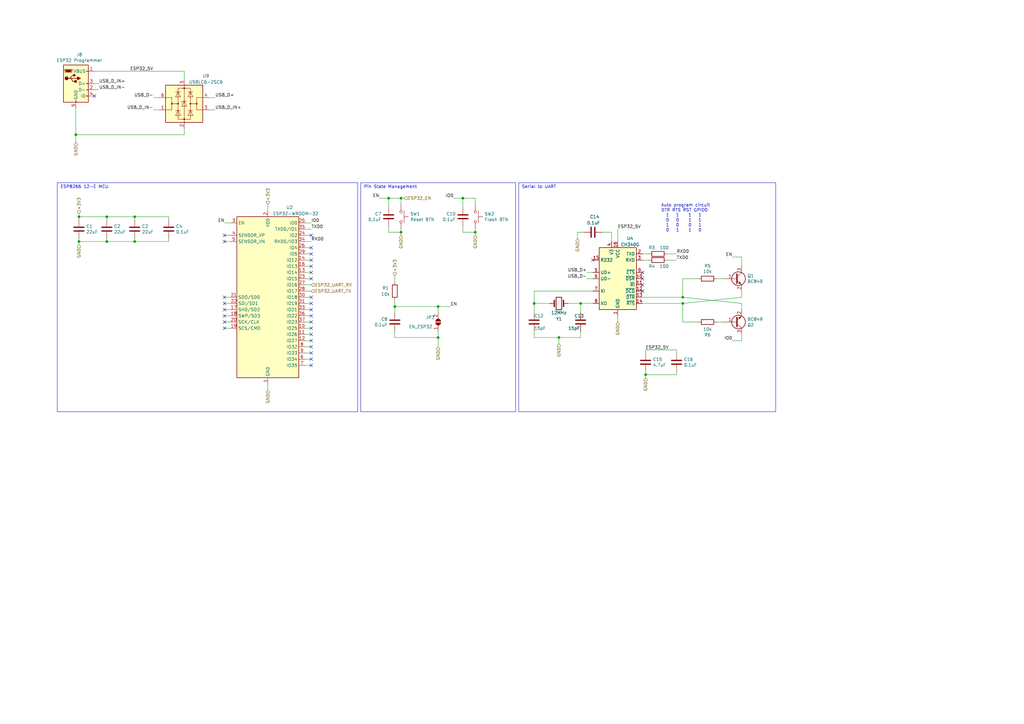
<source format=kicad_sch>
(kicad_sch (version 20230121) (generator eeschema)
  (paper "A3")
  (lib_symbols
    (symbol "Custom:USB_B_Micro_Without_Shield" (pin_names (offset 1.016))
      (property "Reference" "J" (at -5.08 11.43 0))
      (property "Value" "USB_B_Micro_Without_Shield" (at -5.08 8.89 0))
      (symbol "USB_B_Micro_Without_Shield_0_1"
        (rectangle (start -5.08 -7.62) (end 5.08 7.62) (stroke (width 0.254)) (fill (type background)))
        (circle (center -3.81 2.159) (radius 0.635) (stroke (width 0.254)) (fill (type outline)))
        (circle (center -0.635 3.429) (radius 0.381) (stroke (width 0.254)) (fill (type outline)))
        (rectangle (start -0.127 -7.62) (end 0.127 -6.858))
        (polyline (pts (xy -1.905 2.159) (xy 0.635 2.159)) (stroke (width 0.254)))
        (polyline (pts (xy -3.175 2.159) (xy -2.54 2.159) (xy -1.27 3.429) (xy -0.635 3.429)) (stroke (width 0.254)))
        (polyline (pts (xy -2.54 2.159) (xy -1.905 2.159) (xy -1.27 0.889) (xy 0 0.889)) (stroke (width 0.254)))
        (polyline (pts (xy 0.635 2.794) (xy 0.635 1.524) (xy 1.905 2.159) (xy 0.635 2.794)) (stroke (width 0.254)) (fill (type outline)))
        (polyline (pts (xy -4.318 5.588) (xy -1.778 5.588) (xy -2.032 4.826) (xy -4.064 4.826) (xy -4.318 5.588)) (fill (type outline)))
        (polyline (pts (xy -4.699 5.842) (xy -4.699 5.588) (xy -4.445 4.826) (xy -4.445 4.572) (xy -1.651 4.572) (xy -1.651 4.826) (xy -1.397 5.588) (xy -1.397 5.842) (xy -4.699 5.842)))
        (rectangle (start 0.254 1.27) (end -0.508 0.508) (stroke (width 0.254)) (fill (type outline)))
        (rectangle (start 5.08 -5.207) (end 4.318 -4.953))
        (rectangle (start 5.08 -2.667) (end 4.318 -2.413))
        (rectangle (start 5.08 -0.127) (end 4.318 0.127))
        (rectangle (start 5.08 4.953) (end 4.318 5.207))
      )
      (symbol "USB_B_Micro_Without_Shield_1_1"
        (pin power_out line (at 7.62 5.08 180) (length 2.54) (name "VBUS") (number "1"))
        (pin bidirectional line (at 7.62 -2.54 180) (length 2.54) (name "D-") (number "2"))
        (pin bidirectional line (at 7.62 0 180) (length 2.54) (name "D+") (number "3"))
        (pin passive line (at 7.62 -5.08 180) (length 2.54) (name "ID") (number "4"))
        (pin power_out line (at 0 -10.16 90) (length 2.54) (name "GND") (number "5"))
      )
    )
    (symbol "Device:C" (pin_numbers hide) (pin_names (offset 0.254))
      (property "Reference" "C" (at 0.635 2.54 0))
      (property "Value" "C" (at 0.635 -2.54 0))
      (symbol "C_0_1"
        (polyline (pts (xy -2.032 -0.762) (xy 2.032 -0.762)) (stroke (width 0.508)))
        (polyline (pts (xy -2.032 0.762) (xy 2.032 0.762)) (stroke (width 0.508)))
      )
      (symbol "C_1_1"
        (pin passive line (at 0 3.81 270) (length 2.794) (name "~") (number "1"))
        (pin passive line (at 0 -3.81 90) (length 2.794) (name "~") (number "2"))
      )
    )
    (symbol "Device:Crystal" (pin_numbers hide) (pin_names (offset 1.016) hide)
      (property "Reference" "Y" (at 0 3.81 0))
      (property "Value" "Crystal" (at 0 -3.81 0))
      (symbol "Crystal_0_1"
        (rectangle (start -1.143 2.54) (end 1.143 -2.54) (stroke (width 0.3048)))
        (polyline (pts (xy -2.54 0) (xy -1.905 0)))
        (polyline (pts (xy -1.905 -1.27) (xy -1.905 1.27)) (stroke (width 0.508)))
        (polyline (pts (xy 1.905 -1.27) (xy 1.905 1.27)) (stroke (width 0.508)))
        (polyline (pts (xy 2.54 0) (xy 1.905 0)))
      )
      (symbol "Crystal_1_1"
        (pin passive line (at -3.81 0 0) (length 1.27) (name "1") (number "1"))
        (pin passive line (at 3.81 0 180) (length 1.27) (name "2") (number "2"))
      )
    )
    (symbol "Device:R" (pin_numbers hide) (pin_names (offset 0))
      (property "Reference" "R" (at 2.032 0 90))
      (property "Value" "R" (at 0 0 90))
      (symbol "R_0_1"
        (rectangle (start -1.016 -2.54) (end 1.016 2.54) (stroke (width 0.254)))
      )
      (symbol "R_1_1"
        (pin passive line (at 0 3.81 270) (length 1.27) (name "~") (number "1"))
        (pin passive line (at 0 -3.81 90) (length 1.27) (name "~") (number "2"))
      )
    )
    (symbol "Interface_USB:CH340G"
      (property "Reference" "U" (at -5.08 13.97 0))
      (property "Value" "CH340G" (at 1.27 13.97 0))
      (symbol "CH340G_0_1"
        (rectangle (start -7.62 12.7) (end 7.62 -12.7) (stroke (width 0.254)) (fill (type background)))
      )
      (symbol "CH340G_1_1"
        (pin power_in line (at 0 -15.24 90) (length 2.54) (name "GND") (number "1"))
        (pin input line (at 10.16 0 180) (length 2.54) (name "~{DSR}") (number "10"))
        (pin input line (at 10.16 -2.54 180) (length 2.54) (name "~{RI}") (number "11"))
        (pin input line (at 10.16 -5.08 180) (length 2.54) (name "~{DCD}") (number "12"))
        (pin output line (at 10.16 -7.62 180) (length 2.54) (name "~{DTR}") (number "13"))
        (pin output line (at 10.16 -10.16 180) (length 2.54) (name "~{RTS}") (number "14"))
        (pin input line (at -10.16 7.62 0) (length 2.54) (name "R232") (number "15"))
        (pin power_in line (at 0 15.24 270) (length 2.54) (name "VCC") (number "16"))
        (pin output line (at 10.16 10.16 180) (length 2.54) (name "TXD") (number "2"))
        (pin input line (at 10.16 7.62 180) (length 2.54) (name "RXD") (number "3"))
        (pin passive line (at -2.54 15.24 270) (length 2.54) (name "V3") (number "4"))
        (pin bidirectional line (at -10.16 2.54 0) (length 2.54) (name "UD+") (number "5"))
        (pin bidirectional line (at -10.16 0 0) (length 2.54) (name "UD-") (number "6"))
        (pin input line (at -10.16 -5.08 0) (length 2.54) (name "XI") (number "7"))
        (pin output line (at -10.16 -10.16 0) (length 2.54) (name "XO") (number "8"))
        (pin input line (at 10.16 2.54 180) (length 2.54) (name "~{CTS}") (number "9"))
      )
    )
    (symbol "Jumper:SolderJumper_2_Open" (pin_names (offset 0) hide)
      (property "Reference" "JP" (at 0 2.032 0))
      (property "Value" "SolderJumper_2_Open" (at 0 -2.54 0))
      (symbol "SolderJumper_2_Open_0_1"
        (arc (start -0.254 1.016) (mid -1.2656 0) (end -0.254 -1.016))
        (arc (start -0.254 1.016) (mid -1.2656 0) (end -0.254 -1.016) (fill (type outline)))
        (polyline (pts (xy -0.254 1.016) (xy -0.254 -1.016)))
        (polyline (pts (xy 0.254 1.016) (xy 0.254 -1.016)))
        (arc (start 0.254 -1.016) (mid 1.2656 0) (end 0.254 1.016))
        (arc (start 0.254 -1.016) (mid 1.2656 0) (end 0.254 1.016) (fill (type outline)))
      )
      (symbol "SolderJumper_2_Open_1_1"
        (pin passive line (at -3.81 0 0) (length 2.54) (name "A") (number "1"))
        (pin passive line (at 3.81 0 180) (length 2.54) (name "B") (number "2"))
      )
    )
    (symbol "Power_Protection:USBLC6-2SC6" (pin_names hide)
      (property "Reference" "U" (at 2.54 8.89 0))
      (property "Value" "USBLC6-2SC6" (at 2.54 -8.89 0))
      (symbol "USBLC6-2SC6_0_1"
        (rectangle (start -7.62 -7.62) (end 7.62 7.62) (stroke (width 0.254)) (fill (type background)))
        (circle (center -5.08 0) (radius 0.254) (fill (type outline)))
        (circle (center -2.54 0) (radius 0.254) (fill (type outline)))
        (rectangle (start -2.54 6.35) (end 2.54 -6.35))
        (circle (center 0 -6.35) (radius 0.254) (fill (type outline)))
        (polyline (pts (xy -5.08 -2.54) (xy -7.62 -2.54)))
        (polyline (pts (xy -5.08 0) (xy -5.08 -2.54)))
        (polyline (pts (xy -5.08 2.54) (xy -7.62 2.54)))
        (polyline (pts (xy -1.524 -2.794) (xy -3.556 -2.794)))
        (polyline (pts (xy -1.524 4.826) (xy -3.556 4.826)))
        (polyline (pts (xy 0 -7.62) (xy 0 -6.35)))
        (polyline (pts (xy 0 -6.35) (xy 0 1.27)))
        (polyline (pts (xy 0 1.27) (xy 0 6.35)))
        (polyline (pts (xy 0 6.35) (xy 0 7.62)))
        (polyline (pts (xy 1.524 -2.794) (xy 3.556 -2.794)))
        (polyline (pts (xy 1.524 4.826) (xy 3.556 4.826)))
        (polyline (pts (xy 5.08 -2.54) (xy 7.62 -2.54)))
        (polyline (pts (xy 5.08 0) (xy 5.08 -2.54)))
        (polyline (pts (xy 5.08 2.54) (xy 7.62 2.54)))
        (polyline (pts (xy -2.54 0) (xy -5.08 0) (xy -5.08 2.54)))
        (polyline (pts (xy 2.54 0) (xy 5.08 0) (xy 5.08 2.54)))
        (polyline (pts (xy -3.556 -4.826) (xy -1.524 -4.826) (xy -2.54 -2.794) (xy -3.556 -4.826)))
        (polyline (pts (xy -3.556 2.794) (xy -1.524 2.794) (xy -2.54 4.826) (xy -3.556 2.794)))
        (polyline (pts (xy -1.016 -1.016) (xy 1.016 -1.016) (xy 0 1.016) (xy -1.016 -1.016)))
        (polyline (pts (xy 1.016 1.016) (xy 0.762 1.016) (xy -1.016 1.016) (xy -1.016 0.508)))
        (polyline (pts (xy 3.556 -4.826) (xy 1.524 -4.826) (xy 2.54 -2.794) (xy 3.556 -4.826)))
        (polyline (pts (xy 3.556 2.794) (xy 1.524 2.794) (xy 2.54 4.826) (xy 3.556 2.794)))
        (circle (center 0 6.35) (radius 0.254) (fill (type outline)))
        (circle (center 2.54 0) (radius 0.254) (fill (type outline)))
        (circle (center 5.08 0) (radius 0.254) (fill (type outline)))
      )
      (symbol "USBLC6-2SC6_1_1"
        (pin passive line (at -10.16 -2.54 0) (length 2.54) (name "I/O1") (number "1"))
        (pin passive line (at 0 -10.16 90) (length 2.54) (name "GND") (number "2"))
        (pin passive line (at 10.16 -2.54 180) (length 2.54) (name "I/O2") (number "3"))
        (pin passive line (at 10.16 2.54 180) (length 2.54) (name "I/O2") (number "4"))
        (pin passive line (at 0 10.16 270) (length 2.54) (name "VBUS") (number "5"))
        (pin passive line (at -10.16 2.54 0) (length 2.54) (name "I/O1") (number "6"))
      )
    )
    (symbol "RF_Module:ESP32-WROOM-32"
      (property "Reference" "U" (at -12.7 34.29 0))
      (property "Value" "ESP32-WROOM-32" (at 1.27 34.29 0))
      (symbol "ESP32-WROOM-32_0_1"
        (rectangle (start -12.7 33.02) (end 12.7 -33.02) (stroke (width 0.254)) (fill (type background)))
      )
      (symbol "ESP32-WROOM-32_1_1"
        (pin power_in line (at 0 -35.56 90) (length 2.54) (name "GND") (number "1"))
        (pin bidirectional line (at 15.24 -12.7 180) (length 2.54) (name "IO25") (number "10"))
        (pin bidirectional line (at 15.24 -15.24 180) (length 2.54) (name "IO26") (number "11"))
        (pin bidirectional line (at 15.24 -17.78 180) (length 2.54) (name "IO27") (number "12"))
        (pin bidirectional line (at 15.24 10.16 180) (length 2.54) (name "IO14") (number "13"))
        (pin bidirectional line (at 15.24 15.24 180) (length 2.54) (name "IO12") (number "14"))
        (pin passive line (at 0 -35.56 90) (length 2.54) hide (name "GND") (number "15"))
        (pin bidirectional line (at 15.24 12.7 180) (length 2.54) (name "IO13") (number "16"))
        (pin bidirectional line (at -15.24 -5.08 0) (length 2.54) (name "SHD/SD2") (number "17"))
        (pin bidirectional line (at -15.24 -7.62 0) (length 2.54) (name "SWP/SD3") (number "18"))
        (pin bidirectional line (at -15.24 -12.7 0) (length 2.54) (name "SCS/CMD") (number "19"))
        (pin power_in line (at 0 35.56 270) (length 2.54) (name "VDD") (number "2"))
        (pin bidirectional line (at -15.24 -10.16 0) (length 2.54) (name "SCK/CLK") (number "20"))
        (pin bidirectional line (at -15.24 0 0) (length 2.54) (name "SDO/SD0") (number "21"))
        (pin bidirectional line (at -15.24 -2.54 0) (length 2.54) (name "SDI/SD1") (number "22"))
        (pin bidirectional line (at 15.24 7.62 180) (length 2.54) (name "IO15") (number "23"))
        (pin bidirectional line (at 15.24 25.4 180) (length 2.54) (name "IO2") (number "24"))
        (pin bidirectional line (at 15.24 30.48 180) (length 2.54) (name "IO0") (number "25"))
        (pin bidirectional line (at 15.24 20.32 180) (length 2.54) (name "IO4") (number "26"))
        (pin bidirectional line (at 15.24 5.08 180) (length 2.54) (name "IO16") (number "27"))
        (pin bidirectional line (at 15.24 2.54 180) (length 2.54) (name "IO17") (number "28"))
        (pin bidirectional line (at 15.24 17.78 180) (length 2.54) (name "IO5") (number "29"))
        (pin input line (at -15.24 30.48 0) (length 2.54) (name "EN") (number "3"))
        (pin bidirectional line (at 15.24 0 180) (length 2.54) (name "IO18") (number "30"))
        (pin bidirectional line (at 15.24 -2.54 180) (length 2.54) (name "IO19") (number "31"))
        (pin no_connect line (at -12.7 -27.94 0) (length 2.54) hide (name "NC") (number "32"))
        (pin bidirectional line (at 15.24 -5.08 180) (length 2.54) (name "IO21") (number "33"))
        (pin bidirectional line (at 15.24 22.86 180) (length 2.54) (name "RXD0/IO3") (number "34"))
        (pin bidirectional line (at 15.24 27.94 180) (length 2.54) (name "TXD0/IO1") (number "35"))
        (pin bidirectional line (at 15.24 -7.62 180) (length 2.54) (name "IO22") (number "36"))
        (pin bidirectional line (at 15.24 -10.16 180) (length 2.54) (name "IO23") (number "37"))
        (pin passive line (at 0 -35.56 90) (length 2.54) hide (name "GND") (number "38"))
        (pin passive line (at 0 -35.56 90) (length 2.54) hide (name "GND") (number "39"))
        (pin input line (at -15.24 25.4 0) (length 2.54) (name "SENSOR_VP") (number "4"))
        (pin input line (at -15.24 22.86 0) (length 2.54) (name "SENSOR_VN") (number "5"))
        (pin input line (at 15.24 -25.4 180) (length 2.54) (name "IO34") (number "6"))
        (pin input line (at 15.24 -27.94 180) (length 2.54) (name "IO35") (number "7"))
        (pin bidirectional line (at 15.24 -20.32 180) (length 2.54) (name "IO32") (number "8"))
        (pin bidirectional line (at 15.24 -22.86 180) (length 2.54) (name "IO33") (number "9"))
      )
    )
    (symbol "Switch:SW_Push" (pin_numbers hide) (pin_names (offset 1.016) hide)
      (property "Reference" "SW" (at 1.27 2.54 0))
      (property "Value" "SW_Push" (at 0 -1.524 0))
      (symbol "SW_Push_0_1"
        (circle (center -2.032 0) (radius 0.508))
        (polyline (pts (xy 0 1.27) (xy 0 3.048)))
        (polyline (pts (xy 2.54 1.27) (xy -2.54 1.27)))
        (circle (center 2.032 0) (radius 0.508))
        (pin passive line (at -5.08 0 0) (length 2.54) (name "1") (number "1"))
        (pin passive line (at 5.08 0 180) (length 2.54) (name "2") (number "2"))
      )
    )
    (symbol "Transistor_BJT:BC849" (pin_names (offset 0) hide)
      (property "Reference" "Q" (at 5.08 1.905 0))
      (property "Value" "BC849" (at 5.08 0 0))
      (symbol "BC849_0_1"
        (polyline (pts (xy 0.635 0.635) (xy 2.54 2.54)))
        (polyline (pts (xy 0.635 -0.635) (xy 2.54 -2.54) (xy 2.54 -2.54)))
        (polyline (pts (xy 0.635 1.905) (xy 0.635 -1.905) (xy 0.635 -1.905)) (stroke (width 0.508)))
        (polyline (pts (xy 1.27 -1.778) (xy 1.778 -1.27) (xy 2.286 -2.286) (xy 1.27 -1.778) (xy 1.27 -1.778)) (fill (type outline)))
        (circle (center 1.27 0) (radius 2.8194) (stroke (width 0.254)))
      )
      (symbol "BC849_1_1"
        (pin input line (at -5.08 0 0) (length 5.715) (name "B") (number "1"))
        (pin passive line (at 2.54 -5.08 90) (length 2.54) (name "E") (number "2"))
        (pin passive line (at 2.54 5.08 270) (length 2.54) (name "C") (number "3"))
      )
    )
  )
  (junction (at 43.815 88.9))
  (junction (at 219.075 124.46))
  (junction (at 55.245 99.06))
  (junction (at 280.035 121.92))
  (junction (at 164.465 95.25))
  (junction (at 32.385 99.06))
  (junction (at 159.385 81.28))
  (junction (at 179.705 125.73))
  (junction (at 238.125 124.46))
  (junction (at 43.815 99.06))
  (junction (at 32.385 88.9))
  (junction (at 31.115 55.245))
  (junction (at 280.035 124.46))
  (junction (at 179.705 138.43))
  (junction (at 55.245 88.9))
  (junction (at 194.945 95.25))
  (junction (at 229.235 138.43))
  (junction (at 164.465 81.28))
  (junction (at 161.925 125.73))
  (junction (at 189.865 81.28))
  (junction (at 264.795 153.67))
  (no_connect (at 127.635 137.16))
  (no_connect (at 92.075 134.62))
  (no_connect (at 127.635 139.7))
  (no_connect (at 127.635 111.76))
  (no_connect (at 92.075 129.54))
  (no_connect (at 127.635 104.14))
  (no_connect (at 127.635 149.86))
  (no_connect (at 92.075 96.52))
  (no_connect (at 127.635 121.92))
  (no_connect (at 127.635 129.54))
  (no_connect (at 127.635 96.52))
  (no_connect (at 38.735 39.37))
  (no_connect (at 263.525 114.3))
  (no_connect (at 127.635 144.78))
  (no_connect (at 127.635 127))
  (no_connect (at 92.075 121.92))
  (no_connect (at 127.635 109.22))
  (no_connect (at 92.075 99.06))
  (no_connect (at 92.075 124.46))
  (no_connect (at 263.525 111.76))
  (no_connect (at 127.635 101.6))
  (no_connect (at 263.525 116.84))
  (no_connect (at 127.635 147.32))
  (no_connect (at 127.635 134.62))
  (no_connect (at 127.635 106.68))
  (no_connect (at 243.205 106.68))
  (no_connect (at 127.635 142.24))
  (no_connect (at 263.525 119.38))
  (no_connect (at 92.075 132.08))
  (no_connect (at 127.635 132.08))
  (no_connect (at 127.635 114.3))
  (no_connect (at 92.075 127))
  (no_connect (at 127.635 124.46))
  (polyline (pts (xy 318.135 168.91) (xy 318.135 74.93)))
  (wire (pts (xy 161.925 138.43) (xy 161.925 135.89)))
  (wire (pts (xy 125.095 127) (xy 127.635 127)))
  (wire (pts (xy 43.815 88.9) (xy 55.245 88.9)))
  (wire (pts (xy 304.165 127) (xy 304.165 124.46)))
  (wire (pts (xy 31.115 55.245) (xy 31.115 58.42)))
  (wire (pts (xy 43.815 88.9) (xy 43.815 90.17)))
  (wire (pts (xy 253.365 93.98) (xy 253.365 99.06)))
  (wire (pts (xy 277.495 153.67) (xy 277.495 152.4)))
  (wire (pts (xy 127.635 144.78) (xy 125.095 144.78)))
  (wire (pts (xy 127.635 96.52) (xy 125.095 96.52)))
  (wire (pts (xy 219.075 119.38) (xy 219.075 124.46)))
  (wire (pts (xy 125.095 132.08) (xy 127.635 132.08)))
  (wire (pts (xy 277.495 143.51) (xy 277.495 144.78)))
  (wire (pts (xy 296.545 132.08) (xy 294.005 132.08)))
  (wire (pts (xy 55.245 88.9) (xy 69.215 88.9)))
  (wire (pts (xy 62.865 45.085) (xy 65.405 45.085)))
  (wire (pts (xy 92.075 121.92) (xy 94.615 121.92)))
  (wire (pts (xy 109.855 160.02) (xy 109.855 157.48)))
  (wire (pts (xy 159.385 95.25) (xy 159.385 92.71)))
  (wire (pts (xy 264.795 143.51) (xy 277.495 143.51)))
  (wire (pts (xy 243.205 119.38) (xy 219.075 119.38)))
  (polyline (pts (xy 147.955 74.93) (xy 211.455 74.93)))
  (wire (pts (xy 219.075 138.43) (xy 229.235 138.43)))
  (wire (pts (xy 38.735 36.83) (xy 40.64 36.83)))
  (wire (pts (xy 300.355 105.41) (xy 304.165 105.41)))
  (wire (pts (xy 125.095 111.76) (xy 127.635 111.76)))
  (wire (pts (xy 32.385 99.06) (xy 32.385 100.33)))
  (wire (pts (xy 186.055 81.28) (xy 189.865 81.28)))
  (wire (pts (xy 55.245 97.79) (xy 55.245 99.06)))
  (wire (pts (xy 127.635 139.7) (xy 125.095 139.7)))
  (wire (pts (xy 32.385 99.06) (xy 43.815 99.06)))
  (wire (pts (xy 127.635 104.14) (xy 125.095 104.14)))
  (wire (pts (xy 219.075 128.27) (xy 219.075 124.46)))
  (wire (pts (xy 127.635 149.86) (xy 125.095 149.86)))
  (polyline (pts (xy 212.725 74.93) (xy 212.725 168.91)))
  (polyline (pts (xy 23.495 74.93) (xy 146.685 74.93)))
  (wire (pts (xy 32.385 88.9) (xy 43.815 88.9)))
  (wire (pts (xy 161.925 123.19) (xy 161.925 125.73)))
  (wire (pts (xy 127.635 114.3) (xy 125.095 114.3)))
  (wire (pts (xy 280.035 132.08) (xy 286.385 132.08)))
  (wire (pts (xy 94.615 134.62) (xy 92.075 134.62)))
  (wire (pts (xy 304.165 139.7) (xy 300.355 139.7)))
  (wire (pts (xy 304.165 137.16) (xy 304.165 139.7)))
  (wire (pts (xy 38.735 34.29) (xy 40.64 34.29)))
  (wire (pts (xy 155.575 81.28) (xy 159.385 81.28)))
  (wire (pts (xy 92.075 132.08) (xy 94.615 132.08)))
  (wire (pts (xy 94.615 124.46) (xy 92.075 124.46)))
  (wire (pts (xy 31.115 44.45) (xy 31.115 55.245)))
  (wire (pts (xy 125.095 142.24) (xy 127.635 142.24)))
  (wire (pts (xy 179.705 125.73) (xy 184.785 125.73)))
  (wire (pts (xy 294.005 114.3) (xy 296.545 114.3)))
  (wire (pts (xy 280.035 124.46) (xy 263.525 124.46)))
  (wire (pts (xy 247.015 95.25) (xy 250.825 95.25)))
  (wire (pts (xy 164.465 95.25) (xy 159.385 95.25)))
  (wire (pts (xy 92.075 91.44) (xy 94.615 91.44)))
  (wire (pts (xy 127.635 119.38) (xy 125.095 119.38)))
  (wire (pts (xy 273.685 104.14) (xy 277.495 104.14)))
  (wire (pts (xy 164.465 81.28) (xy 165.735 81.28)))
  (wire (pts (xy 75.565 29.21) (xy 75.565 32.385)))
  (wire (pts (xy 189.865 95.25) (xy 189.865 92.71)))
  (wire (pts (xy 194.945 95.25) (xy 194.945 93.98)))
  (wire (pts (xy 233.045 124.46) (xy 238.125 124.46)))
  (wire (pts (xy 264.795 154.94) (xy 264.795 153.67)))
  (wire (pts (xy 125.095 137.16) (xy 127.635 137.16)))
  (polyline (pts (xy 23.495 74.93) (xy 23.495 168.91)))
  (wire (pts (xy 109.855 83.82) (xy 109.855 86.36)))
  (wire (pts (xy 43.815 99.06) (xy 43.815 97.79)))
  (wire (pts (xy 164.465 96.52) (xy 164.465 95.25)))
  (wire (pts (xy 161.925 115.57) (xy 161.925 113.03)))
  (wire (pts (xy 240.665 111.76) (xy 243.205 111.76)))
  (wire (pts (xy 43.815 99.06) (xy 55.245 99.06)))
  (wire (pts (xy 125.095 106.68) (xy 127.635 106.68)))
  (polyline (pts (xy 318.135 74.93) (xy 212.725 74.93)))
  (wire (pts (xy 32.385 88.9) (xy 32.385 90.17)))
  (wire (pts (xy 55.245 99.06) (xy 69.215 99.06)))
  (wire (pts (xy 127.635 129.54) (xy 125.095 129.54)))
  (wire (pts (xy 194.945 96.52) (xy 194.945 95.25)))
  (wire (pts (xy 94.615 129.54) (xy 92.075 129.54)))
  (wire (pts (xy 32.385 97.79) (xy 32.385 99.06)))
  (wire (pts (xy 253.365 129.54) (xy 253.365 132.08)))
  (wire (pts (xy 304.165 119.38) (xy 304.165 121.92)))
  (wire (pts (xy 159.385 85.09) (xy 159.385 81.28)))
  (polyline (pts (xy 146.685 168.91) (xy 146.685 74.93)))
  (wire (pts (xy 55.245 88.9) (xy 55.245 90.17)))
  (wire (pts (xy 263.525 106.68) (xy 266.065 106.68)))
  (wire (pts (xy 236.855 95.25) (xy 239.395 95.25)))
  (wire (pts (xy 273.685 106.68) (xy 277.495 106.68)))
  (wire (pts (xy 164.465 95.25) (xy 164.465 93.98)))
  (wire (pts (xy 161.925 125.73) (xy 179.705 125.73)))
  (wire (pts (xy 194.945 81.28) (xy 194.945 83.82)))
  (wire (pts (xy 32.385 87.63) (xy 32.385 88.9)))
  (polyline (pts (xy 147.955 74.93) (xy 147.955 168.91)))
  (wire (pts (xy 125.095 121.92) (xy 127.635 121.92)))
  (wire (pts (xy 125.095 91.44) (xy 127.635 91.44)))
  (wire (pts (xy 263.525 104.14) (xy 266.065 104.14)))
  (wire (pts (xy 219.075 124.46) (xy 225.425 124.46)))
  (wire (pts (xy 159.385 81.28) (xy 164.465 81.28)))
  (wire (pts (xy 127.635 124.46) (xy 125.095 124.46)))
  (wire (pts (xy 65.405 40.005) (xy 62.865 40.005)))
  (polyline (pts (xy 23.495 168.91) (xy 146.685 168.91)))
  (wire (pts (xy 280.035 114.3) (xy 280.035 121.92)))
  (wire (pts (xy 92.075 127) (xy 94.615 127)))
  (wire (pts (xy 280.035 114.3) (xy 286.385 114.3)))
  (wire (pts (xy 161.925 128.27) (xy 161.925 125.73)))
  (wire (pts (xy 263.525 121.92) (xy 280.035 121.92)))
  (wire (pts (xy 264.795 144.78) (xy 264.795 143.51)))
  (wire (pts (xy 94.615 96.52) (xy 92.075 96.52)))
  (wire (pts (xy 194.945 95.25) (xy 189.865 95.25)))
  (wire (pts (xy 229.235 138.43) (xy 229.235 140.97)))
  (wire (pts (xy 164.465 81.28) (xy 164.465 83.82)))
  (wire (pts (xy 238.125 128.27) (xy 238.125 124.46)))
  (wire (pts (xy 304.165 121.92) (xy 280.035 124.46)))
  (wire (pts (xy 92.075 99.06) (xy 94.615 99.06)))
  (wire (pts (xy 219.075 135.89) (xy 219.075 138.43)))
  (wire (pts (xy 264.795 153.67) (xy 277.495 153.67)))
  (wire (pts (xy 179.705 138.43) (xy 179.705 142.24)))
  (wire (pts (xy 125.095 147.32) (xy 127.635 147.32)))
  (wire (pts (xy 125.095 101.6) (xy 127.635 101.6)))
  (wire (pts (xy 189.865 85.09) (xy 189.865 81.28)))
  (wire (pts (xy 127.635 99.06) (xy 125.095 99.06)))
  (wire (pts (xy 280.035 121.92) (xy 304.165 124.46)))
  (wire (pts (xy 240.665 114.3) (xy 243.205 114.3)))
  (wire (pts (xy 189.865 81.28) (xy 194.945 81.28)))
  (wire (pts (xy 31.115 55.245) (xy 75.565 55.245)))
  (wire (pts (xy 236.855 95.25) (xy 236.855 97.79)))
  (wire (pts (xy 38.735 29.21) (xy 75.565 29.21)))
  (wire (pts (xy 85.725 40.005) (xy 88.265 40.005)))
  (wire (pts (xy 75.565 55.245) (xy 75.565 52.705)))
  (wire (pts (xy 250.825 95.25) (xy 250.825 99.06)))
  (wire (pts (xy 179.705 135.89) (xy 179.705 138.43)))
  (wire (pts (xy 280.035 124.46) (xy 280.035 132.08)))
  (wire (pts (xy 161.925 138.43) (xy 179.705 138.43)))
  (wire (pts (xy 69.215 88.9) (xy 69.215 90.17)))
  (wire (pts (xy 125.095 93.98) (xy 127.635 93.98)))
  (wire (pts (xy 264.795 153.67) (xy 264.795 152.4)))
  (wire (pts (xy 69.215 99.06) (xy 69.215 97.79)))
  (wire (pts (xy 125.095 116.84) (xy 127.635 116.84)))
  (polyline (pts (xy 212.725 168.91) (xy 318.135 168.91)))
  (wire (pts (xy 127.635 109.22) (xy 125.095 109.22)))
  (wire (pts (xy 229.235 138.43) (xy 238.125 138.43)))
  (wire (pts (xy 238.125 124.46) (xy 243.205 124.46)))
  (wire (pts (xy 179.705 125.73) (xy 179.705 128.27)))
  (wire (pts (xy 304.165 105.41) (xy 304.165 109.22)))
  (wire (pts (xy 88.265 45.085) (xy 85.725 45.085)))
  (polyline (pts (xy 147.955 168.91) (xy 211.455 168.91)))
  (polyline (pts (xy 211.455 168.91) (xy 211.455 74.93)))
  (wire (pts (xy 127.635 134.62) (xy 125.095 134.62)))
  (wire (pts (xy 238.125 138.43) (xy 238.125 135.89)))
  (text "Serial to UART" (at 213.995 77.47 0) (effects (font (size 1.27 1.27)) (justify left bottom)))
  (text "Pin State Management" (at 149.225 77.47 0) (effects (font (size 1.27 1.27)) (justify left bottom)))
  (text "ESP8266 12-E MCU" (at 24.765 77.47 0) (effects (font (size 1.27 1.27)) (justify left bottom)))
  (text "Auto program circuit\nDTR RTS RST GPIO0\n  1   1    1   1\n  0   0    1   1\n  1   0    0   1\n  0   1    1   0" (at 271.145 95.25 0) (effects (font (size 1.27 1.27)) (justify left bottom)))
  (label "IO0" (at 127.635 91.44 0))
  (label "RXD0" (at 127.635 99.06 0))
  (label "RXD0" (at 277.495 104.14 0))
  (label "EN" (at 155.575 81.28 180))
  (label "ESP32_5V" (at 264.795 143.51 0))
  (label "USB_D_IN-" (at 62.865 45.085 180))
  (label "EN" (at 184.785 125.73 0))
  (label "TXD0" (at 277.495 106.68 0))
  (label "USB_D+" (at 240.665 111.76 180))
  (label "TXD0" (at 127.635 93.98 0))
  (label "IO0" (at 186.055 81.28 180))
  (label "EN" (at 92.075 91.44 180))
  (label "USB_D_IN+" (at 88.265 45.085 0))
  (label "USB_D_IN+" (at 40.64 34.29 0))
  (label "ESP32_5V" (at 253.365 93.98 0))
  (label "USB_D_IN-" (at 40.64 36.83 0))
  (label "USB_D+" (at 88.265 40.005 0))
  (label "EN" (at 300.355 105.41 180))
  (label "IO0" (at 300.355 139.7 180))
  (label "USB_D-" (at 240.665 114.3 180))
  (label "USB_D-" (at 62.865 40.005 180))
  (label "ESP32_5V" (at 53.34 29.21 0))
  (hierarchical_label "ESP32_UART_RX" (shape input) (at 127.635 116.84 0))
  (hierarchical_label "GND" (shape input) (at 109.855 160.02 270))
  (hierarchical_label "GND" (shape input) (at 31.115 58.42 270))
  (hierarchical_label "GND" (shape input) (at 229.235 140.97 270))
  (hierarchical_label "GND" (shape input) (at 179.705 142.24 270))
  (hierarchical_label "+3V3" (shape input) (at 161.925 113.03 90))
  (hierarchical_label "ESP32_UART_TX" (shape input) (at 127.635 119.38 0))
  (hierarchical_label "GND" (shape input) (at 264.795 154.94 270))
  (hierarchical_label "+3V3" (shape input) (at 32.385 87.63 90))
  (hierarchical_label "+3V3" (shape input) (at 109.855 83.82 90))
  (hierarchical_label "GND" (shape input) (at 236.855 97.79 270))
  (hierarchical_label "GND" (shape input) (at 32.385 100.33 270))
  (hierarchical_label "ESP32_EN" (shape input) (at 165.735 81.28 0))
  (hierarchical_label "GND" (shape input) (at 194.945 96.52 270))
  (hierarchical_label "GND" (shape input) (at 164.465 96.52 270))
  (hierarchical_label "GND" (shape input) (at 253.365 132.08 270))
  (symbol (lib_id "Jumper:SolderJumper_2_Open") (at 179.705 132.08 90) (unit 1)
    (property "Reference" "JP3" (at 174.625 130.175 90) (effects (justify right)))
    (property "Value" "EN_ESP32" (at 167.64 133.985 90) (effects (justify right)))
    (property "Footprint" "Jumper:SolderJumper-2_P1.3mm_Open_RoundedPad1.0x1.5mm" (effects hide))
    (instances (project "indoor-bike-computer-motherboard-v2" (path "" (reference "JP3") (unit 1)) (path "" (reference "JP3") (unit 1)) (path "" (reference "JP4") (unit 1))))
  )
  (symbol (lib_id "Transistor_BJT:BC849") (at 301.625 132.08 0) (mirror x) (unit 1)
    (property "Reference" "Q2" (at 306.4764 133.2484 0) (effects (justify left)))
    (property "Value" "BC849" (at 306.4764 130.937 0) (effects (justify left)))
    (property "Footprint" "Package_TO_SOT_SMD:SOT-23" (effects hide))
    (property "Datasheet" "http://www.infineon.com/dgdl/Infineon-BC847SERIES_BC848SERIES_BC849SERIES_BC850SERIES-DS-v01_01-en.pdf?fileId=db3a304314dca389011541d4630a1657" (effects hide))
    (instances (project "ESP32-WROOM-32 Development Board" (path "" (reference "Q2") (unit 1))) (project "indoor-bike-computer-motherboard-v2" (path "" (reference "Q3") (unit 1))))
  )
  (symbol (lib_id "Device:C") (at 189.865 88.9 0) (mirror y) (unit 1)
    (property "Reference" "C10" (at 186.944 87.7316 0) (effects (justify left)))
    (property "Value" "0.1uF" (at 186.944 90.043 0) (effects (justify left)))
    (property "Footprint" "Capacitor_SMD:C_0402_1005Metric" (effects hide))
    (instances (project "ESP32-WROOM-32 Development Board" (path "" (reference "C10") (unit 1))) (project "indoor-bike-computer-motherboard-v2" (path "" (reference "C32") (unit 1))))
  )
  (symbol (lib_id "Power_Protection:USBLC6-2SC6") (at 75.565 42.545 0) (unit 1)
    (property "Reference" "U9" (at 84.455 31.115 0))
    (property "Value" "USBLC6-2SC6" (at 84.455 33.655 0))
    (property "Footprint" "Package_TO_SOT_SMD:SOT-23-6" (effects hide))
    (property "Datasheet" "https://www.st.com/resource/en/datasheet/usblc6-2.pdf" (effects hide))
    (instances (project "indoor-bike-computer-motherboard-v2" (path "" (reference "U9") (unit 1))) (project "ESP32-C3-MINI-1 Sensor Board" (path "" (reference "U1") (unit 1))))
  )
  (symbol (lib_id "Device:Crystal") (at 229.235 124.46 0) (unit 1)
    (property "Reference" "Y1" (at 229.235 130.81 0))
    (property "Value" "12MHz" (at 229.235 128.27 0))
    (property "Footprint" "Crystal:Crystal_HC49-4H_Vertical" (effects hide))
    (instances (project "ESP32-WROOM-32 Development Board" (path "" (reference "Y1") (unit 1))) (project "indoor-bike-computer-motherboard-v2" (path "" (reference "Y3") (unit 1))))
  )
  (symbol (lib_id "Device:C") (at 55.245 93.98 0) (unit 1)
    (property "Reference" "C2" (at 58.166 92.8116 0) (effects (justify left)))
    (property "Value" "22uF" (at 58.166 95.123 0) (effects (justify left)))
    (property "Footprint" "Capacitor_SMD:C_0805_2012Metric" (effects hide))
    (instances (project "ESP32-WROOM-32 Development Board" (path "" (reference "C2") (unit 1))) (project "indoor-bike-computer-motherboard-v2" (path "" (reference "C28") (unit 1))))
  )
  (symbol (lib_id "Switch:SW_Push") (at 164.465 88.9 270) (unit 1)
    (property "Reference" "SW1" (at 168.2242 87.7316 90) (effects (justify left)))
    (property "Value" "Reset BTN" (at 168.2242 90.043 90) (effects (justify left)))
    (property "Footprint" "Button_Switch_SMD:SW_SPST_TL3342" (effects hide))
    (instances (project "ESP32-WROOM-32 Development Board" (path "" (reference "SW1") (unit 1))) (project "indoor-bike-computer-motherboard-v2" (path "" (reference "SW3") (unit 1))))
  )
  (symbol (lib_id "Device:C") (at 277.495 148.59 0) (unit 1)
    (property "Reference" "C16" (at 280.416 147.4216 0) (effects (justify left)))
    (property "Value" "0.1uF" (at 280.416 149.733 0) (effects (justify left)))
    (property "Footprint" "Capacitor_SMD:C_0402_1005Metric" (effects hide))
    (instances (project "ESP32-WROOM-32 Development Board" (path "" (reference "C16") (unit 1))) (project "indoor-bike-computer-motherboard-v2" (path "" (reference "C37") (unit 1))))
  )
  (symbol (lib_id "Device:C") (at 238.125 132.08 0) (unit 1)
    (property "Reference" "C13" (at 235.585 129.54 0) (effects (justify left)))
    (property "Value" "15pF" (at 233.045 134.62 0) (effects (justify left)))
    (property "Footprint" "Capacitor_SMD:C_0402_1005Metric" (effects hide))
    (instances (project "ESP32-WROOM-32 Development Board" (path "" (reference "C13") (unit 1))) (project "indoor-bike-computer-motherboard-v2" (path "" (reference "C34") (unit 1))))
  )
  (symbol (lib_id "Device:C") (at 161.925 132.08 0) (mirror y) (unit 1)
    (property "Reference" "C8" (at 159.004 130.9116 0) (effects (justify left)))
    (property "Value" "0.1uF" (at 159.004 133.223 0) (effects (justify left)))
    (property "Footprint" "Capacitor_SMD:C_0402_1005Metric" (effects hide))
    (instances (project "ESP32-WROOM-32 Development Board" (path "" (reference "C8") (unit 1))) (project "indoor-bike-computer-motherboard-v2" (path "" (reference "C31") (unit 1))))
  )
  (symbol (lib_id "Device:C") (at 43.815 93.98 0) (unit 1)
    (property "Reference" "C2" (at 46.736 92.8116 0) (effects (justify left)))
    (property "Value" "22uF" (at 46.736 95.123 0) (effects (justify left)))
    (property "Footprint" "Capacitor_SMD:C_0805_2012Metric" (effects hide))
    (instances (project "ESP32-WROOM-32 Development Board" (path "" (reference "C2") (unit 1))) (project "indoor-bike-computer-motherboard-v2" (path "" (reference "C27") (unit 1))))
  )
  (symbol (lib_id "Device:C") (at 264.795 148.59 0) (unit 1)
    (property "Reference" "C15" (at 267.716 147.4216 0) (effects (justify left)))
    (property "Value" "4.7uF" (at 267.716 149.733 0) (effects (justify left)))
    (property "Footprint" "Capacitor_SMD:C_0402_1005Metric" (effects hide))
    (instances (project "ESP32-WROOM-32 Development Board" (path "" (reference "C15") (unit 1))) (project "indoor-bike-computer-motherboard-v2" (path "" (reference "C36") (unit 1))))
  )
  (symbol (lib_id "RF_Module:ESP32-WROOM-32") (at 109.855 121.92 0) (unit 1)
    (property "Reference" "U2" (at 118.745 85.09 0))
    (property "Value" "ESP32-WROOM-32" (at 121.285 87.63 0))
    (property "Footprint" "RF_Module:ESP32-WROOM-32" (effects hide))
    (property "Datasheet" "https://www.espressif.com/sites/default/files/documentation/esp32-wroom-32_datasheet_en.pdf" (effects hide))
    (instances (project "ESP32-WROOM-32 Development Board" (path "" (reference "U2") (unit 1))) (project "indoor-bike-computer-motherboard-v2" (path "" (reference "U10") (unit 1))))
  )
  (symbol (lib_id "Device:C") (at 219.075 132.08 0) (unit 1)
    (property "Reference" "C12" (at 219.075 129.54 0) (effects (justify left)))
    (property "Value" "15pF" (at 219.075 134.62 0) (effects (justify left)))
    (property "Footprint" "Capacitor_SMD:C_0402_1005Metric" (effects hide))
    (instances (project "ESP32-WROOM-32 Development Board" (path "" (reference "C12") (unit 1))) (project "indoor-bike-computer-motherboard-v2" (path "" (reference "C33") (unit 1))))
  )
  (symbol (lib_id "Device:C") (at 159.385 88.9 0) (mirror y) (unit 1)
    (property "Reference" "C7" (at 156.464 87.7316 0) (effects (justify left)))
    (property "Value" "0.1uF" (at 156.464 90.043 0) (effects (justify left)))
    (property "Footprint" "Capacitor_SMD:C_0402_1005Metric" (effects hide))
    (instances (project "ESP32-WROOM-32 Development Board" (path "" (reference "C7") (unit 1))) (project "indoor-bike-computer-motherboard-v2" (path "" (reference "C30") (unit 1))))
  )
  (symbol (lib_id "Interface_USB:CH340G") (at 253.365 114.3 0) (unit 1)
    (property "Reference" "U4" (at 258.445 97.79 0))
    (property "Value" "CH340G" (at 258.445 100.33 0))
    (property "Footprint" "Package_SO:SOIC-16_3.9x9.9mm_P1.27mm" (effects hide))
    (property "Datasheet" "http://www.datasheet5.com/pdf-local-2195953" (effects hide))
    (instances (project "ESP32-WROOM-32 Development Board" (path "" (reference "U4") (unit 1))) (project "indoor-bike-computer-motherboard-v2" (path "" (reference "U11") (unit 1))))
  )
  (symbol (lib_id "Transistor_BJT:BC849") (at 301.625 114.3 0) (unit 1)
    (property "Reference" "Q1" (at 306.4764 113.1316 0) (effects (justify left)))
    (property "Value" "BC849" (at 306.4764 115.443 0) (effects (justify left)))
    (property "Footprint" "Package_TO_SOT_SMD:SOT-23" (effects hide))
    (property "Datasheet" "http://www.infineon.com/dgdl/Infineon-BC847SERIES_BC848SERIES_BC849SERIES_BC850SERIES-DS-v01_01-en.pdf?fileId=db3a304314dca389011541d4630a1657" (effects hide))
    (instances (project "ESP32-WROOM-32 Development Board" (path "" (reference "Q1") (unit 1))) (project "indoor-bike-computer-motherboard-v2" (path "" (reference "Q2") (unit 1))))
  )
  (symbol (lib_id "Device:C") (at 32.385 93.98 0) (unit 1)
    (property "Reference" "C1" (at 35.306 92.8116 0) (effects (justify left)))
    (property "Value" "22uF" (at 35.306 95.123 0) (effects (justify left)))
    (property "Footprint" "Capacitor_SMD:C_0805_2012Metric" (effects hide))
    (instances (project "ESP32-WROOM-32 Development Board" (path "" (reference "C1") (unit 1))) (project "indoor-bike-computer-motherboard-v2" (path "" (reference "C26") (unit 1))))
  )
  (symbol (lib_id "Device:R") (at 290.195 114.3 270) (unit 1)
    (property "Reference" "R5" (at 290.195 109.0422 90))
    (property "Value" "10k" (at 290.195 111.3536 90))
    (property "Footprint" "Resistor_SMD:R_0402_1005Metric" (effects hide))
    (instances (project "ESP32-WROOM-32 Development Board" (path "" (reference "R5") (unit 1))) (project "indoor-bike-computer-motherboard-v2" (path "" (reference "R32") (unit 1))))
  )
  (symbol (lib_id "Switch:SW_Push") (at 194.945 88.9 270) (unit 1)
    (property "Reference" "SW2" (at 198.7042 87.7316 90) (effects (justify left)))
    (property "Value" "Flash BTN" (at 198.7042 90.043 90) (effects (justify left)))
    (property "Footprint" "Button_Switch_SMD:SW_SPST_TL3342" (effects hide))
    (instances (project "ESP32-WROOM-32 Development Board" (path "" (reference "SW2") (unit 1))) (project "indoor-bike-computer-motherboard-v2" (path "" (reference "SW4") (unit 1))))
  )
  (symbol (lib_id "Device:C") (at 69.215 93.98 0) (unit 1)
    (property "Reference" "C4" (at 72.136 92.8116 0) (effects (justify left)))
    (property "Value" "0.1uF" (at 72.136 95.123 0) (effects (justify left)))
    (property "Footprint" "Capacitor_SMD:C_0402_1005Metric" (effects hide))
    (instances (project "ESP32-WROOM-32 Development Board" (path "" (reference "C4") (unit 1))) (project "indoor-bike-computer-motherboard-v2" (path "" (reference "C29") (unit 1))))
  )
  (symbol (lib_id "Device:R") (at 269.875 104.14 270) (unit 1)
    (property "Reference" "R3" (at 267.335 101.6 90))
    (property "Value" "100" (at 272.415 101.6 90))
    (property "Footprint" "Resistor_SMD:R_0402_1005Metric" (effects hide))
    (instances (project "ESP32-WROOM-32 Development Board" (path "" (reference "R3") (unit 1))) (project "indoor-bike-computer-motherboard-v2" (path "" (reference "R30") (unit 1))))
  )
  (symbol (lib_id "Device:R") (at 290.195 132.08 270) (mirror x) (unit 1)
    (property "Reference" "R6" (at 290.195 137.3378 90))
    (property "Value" "10k" (at 290.195 135.0264 90))
    (property "Footprint" "Resistor_SMD:R_0402_1005Metric" (effects hide))
    (instances (project "ESP32-WROOM-32 Development Board" (path "" (reference "R6") (unit 1))) (project "indoor-bike-computer-motherboard-v2" (path "" (reference "R33") (unit 1))))
  )
  (symbol (lib_id "Device:C") (at 243.205 95.25 270) (unit 1)
    (property "Reference" "C14" (at 241.935 88.9 90) (effects (justify left)))
    (property "Value" "0.1uF" (at 240.665 91.44 90) (effects (justify left)))
    (property "Footprint" "Capacitor_SMD:C_0402_1005Metric" (effects hide))
    (instances (project "ESP32-WROOM-32 Development Board" (path "" (reference "C14") (unit 1))) (project "indoor-bike-computer-motherboard-v2" (path "" (reference "C35") (unit 1))))
  )
  (symbol (lib_id "Device:R") (at 269.875 106.68 270) (mirror x) (unit 1)
    (property "Reference" "R4" (at 267.335 109.22 90))
    (property "Value" "100" (at 272.415 109.22 90))
    (property "Footprint" "Resistor_SMD:R_0402_1005Metric" (effects hide))
    (instances (project "ESP32-WROOM-32 Development Board" (path "" (reference "R4") (unit 1))) (project "indoor-bike-computer-motherboard-v2" (path "" (reference "R31") (unit 1))))
  )
  (symbol (lib_id "Custom:USB_B_Micro_Without_Shield") (at 31.115 34.29 0) (unit 1)
    (property "Reference" "J8" (at 32.5628 22.4282 0))
    (property "Value" "ESP32 Programmer" (at 32.5628 24.7396 0))
    (property "Footprint" "Custom:Micro_USB_B_Female" (effects hide))
    (instances (project "indoor-bike-computer-motherboard-v2" (path "" (reference "J8") (unit 1))) (project "ESP32-C3-MINI-1 Sensor Board" (path "" (reference "J1") (unit 1))))
  )
  (symbol (lib_id "Device:R") (at 161.925 119.38 180) (unit 1)
    (property "Reference" "R1" (at 158.115 118.11 0))
    (property "Value" "10k" (at 158.115 120.65 0))
    (property "Footprint" "Resistor_SMD:R_0402_1005Metric" (effects hide))
    (instances (project "ESP32-WROOM-32 Development Board" (path "" (reference "R1") (unit 1))) (project "indoor-bike-computer-motherboard-v2" (path "" (reference "R29") (unit 1))))
  )
)
</source>
